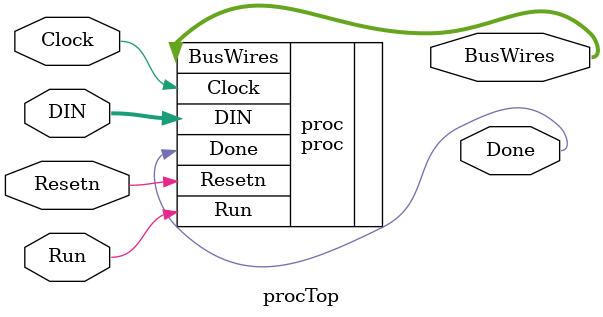
<source format=v>
module procTop(DIN, Resetn, Clock, Run, Done, BusWires);
	input wire [8:0] DIN;
	input wire Resetn, Clock, Run;
	output wire Done;
	output wire [8:0] BusWires;
	
	proc proc(.DIN(DIN), .Resetn(Resetn), .Clock(Clock), .Run(Run), .Done(Done), .BusWires(BusWires));

endmodule 
</source>
